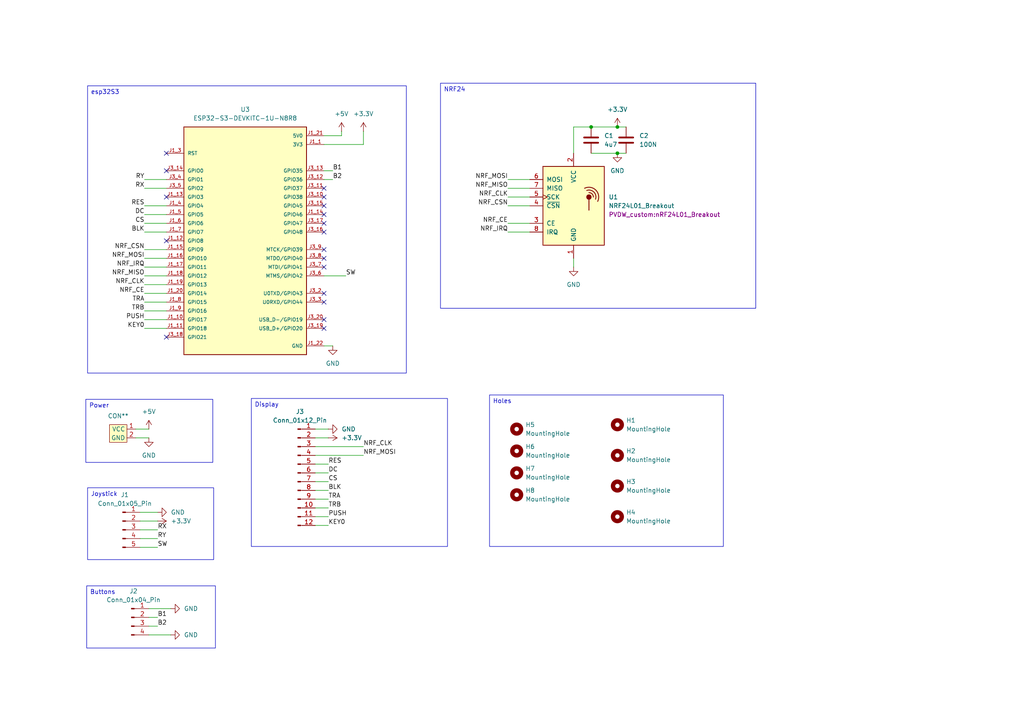
<source format=kicad_sch>
(kicad_sch (version 20250114) (generator "eeschema") (generator_version "9.0")
  (paper "A4")
  (lib_symbols
    (symbol "Connector:Conn_01x04_Pin" (pin_names (offset 1.016) (hide yes))
      (property "Reference" "J" (at 0 5.08 0))
      (property "Value" "Conn_01x04_Pin" (at 0 -7.62 0))
      (symbol "Conn_01x04_Pin_1_1"
        (rectangle (start 0.8636 2.667) (end 0 2.413) (stroke (width 0.1524)) (fill (type outline)))
        (rectangle (start 0.8636 0.127) (end 0 -0.127) (stroke (width 0.1524)) (fill (type outline)))
        (rectangle (start 0.8636 -2.413) (end 0 -2.667) (stroke (width 0.1524)) (fill (type outline)))
        (rectangle (start 0.8636 -4.953) (end 0 -5.207) (stroke (width 0.1524)) (fill (type outline)))
        (polyline (pts (xy 1.27 2.54) (xy 0.8636 2.54)) (stroke (width 0.1524)))
        (polyline (pts (xy 1.27 0) (xy 0.8636 0)) (stroke (width 0.1524)))
        (polyline (pts (xy 1.27 -2.54) (xy 0.8636 -2.54)) (stroke (width 0.1524)))
        (polyline (pts (xy 1.27 -5.08) (xy 0.8636 -5.08)) (stroke (width 0.1524)))
        (pin passive line (at 5.08 2.54 180) (length 3.81) (name "Pin_1") (number "1"))
        (pin passive line (at 5.08 0 180) (length 3.81) (name "Pin_2") (number "2"))
        (pin passive line (at 5.08 -2.54 180) (length 3.81) (name "Pin_3") (number "3"))
        (pin passive line (at 5.08 -5.08 180) (length 3.81) (name "Pin_4") (number "4"))
      )
    )
    (symbol "Connector:Conn_01x05_Pin" (pin_names (offset 1.016) (hide yes))
      (property "Reference" "J" (at 0 7.62 0))
      (property "Value" "Conn_01x05_Pin" (at 0 -7.62 0))
      (symbol "Conn_01x05_Pin_1_1"
        (rectangle (start 0.8636 5.207) (end 0 4.953) (stroke (width 0.1524)) (fill (type outline)))
        (rectangle (start 0.8636 2.667) (end 0 2.413) (stroke (width 0.1524)) (fill (type outline)))
        (rectangle (start 0.8636 0.127) (end 0 -0.127) (stroke (width 0.1524)) (fill (type outline)))
        (rectangle (start 0.8636 -2.413) (end 0 -2.667) (stroke (width 0.1524)) (fill (type outline)))
        (rectangle (start 0.8636 -4.953) (end 0 -5.207) (stroke (width 0.1524)) (fill (type outline)))
        (polyline (pts (xy 1.27 5.08) (xy 0.8636 5.08)) (stroke (width 0.1524)))
        (polyline (pts (xy 1.27 2.54) (xy 0.8636 2.54)) (stroke (width 0.1524)))
        (polyline (pts (xy 1.27 0) (xy 0.8636 0)) (stroke (width 0.1524)))
        (polyline (pts (xy 1.27 -2.54) (xy 0.8636 -2.54)) (stroke (width 0.1524)))
        (polyline (pts (xy 1.27 -5.08) (xy 0.8636 -5.08)) (stroke (width 0.1524)))
        (pin passive line (at 5.08 5.08 180) (length 3.81) (name "Pin_1") (number "1"))
        (pin passive line (at 5.08 2.54 180) (length 3.81) (name "Pin_2") (number "2"))
        (pin passive line (at 5.08 0 180) (length 3.81) (name "Pin_3") (number "3"))
        (pin passive line (at 5.08 -2.54 180) (length 3.81) (name "Pin_4") (number "4"))
        (pin passive line (at 5.08 -5.08 180) (length 3.81) (name "Pin_5") (number "5"))
      )
    )
    (symbol "Connector:Conn_01x12_Pin" (pin_names (offset 1.016) (hide yes))
      (property "Reference" "J" (at 0 15.24 0))
      (property "Value" "Conn_01x12_Pin" (at 0 -17.78 0))
      (symbol "Conn_01x12_Pin_1_1"
        (rectangle (start 0.8636 12.827) (end 0 12.573) (stroke (width 0.1524)) (fill (type outline)))
        (rectangle (start 0.8636 10.287) (end 0 10.033) (stroke (width 0.1524)) (fill (type outline)))
        (rectangle (start 0.8636 7.747) (end 0 7.493) (stroke (width 0.1524)) (fill (type outline)))
        (rectangle (start 0.8636 5.207) (end 0 4.953) (stroke (width 0.1524)) (fill (type outline)))
        (rectangle (start 0.8636 2.667) (end 0 2.413) (stroke (width 0.1524)) (fill (type outline)))
        (rectangle (start 0.8636 0.127) (end 0 -0.127) (stroke (width 0.1524)) (fill (type outline)))
        (rectangle (start 0.8636 -2.413) (end 0 -2.667) (stroke (width 0.1524)) (fill (type outline)))
        (rectangle (start 0.8636 -4.953) (end 0 -5.207) (stroke (width 0.1524)) (fill (type outline)))
        (rectangle (start 0.8636 -7.493) (end 0 -7.747) (stroke (width 0.1524)) (fill (type outline)))
        (rectangle (start 0.8636 -10.033) (end 0 -10.287) (stroke (width 0.1524)) (fill (type outline)))
        (rectangle (start 0.8636 -12.573) (end 0 -12.827) (stroke (width 0.1524)) (fill (type outline)))
        (rectangle (start 0.8636 -15.113) (end 0 -15.367) (stroke (width 0.1524)) (fill (type outline)))
        (polyline (pts (xy 1.27 12.7) (xy 0.8636 12.7)) (stroke (width 0.1524)))
        (polyline (pts (xy 1.27 10.16) (xy 0.8636 10.16)) (stroke (width 0.1524)))
        (polyline (pts (xy 1.27 7.62) (xy 0.8636 7.62)) (stroke (width 0.1524)))
        (polyline (pts (xy 1.27 5.08) (xy 0.8636 5.08)) (stroke (width 0.1524)))
        (polyline (pts (xy 1.27 2.54) (xy 0.8636 2.54)) (stroke (width 0.1524)))
        (polyline (pts (xy 1.27 0) (xy 0.8636 0)) (stroke (width 0.1524)))
        (polyline (pts (xy 1.27 -2.54) (xy 0.8636 -2.54)) (stroke (width 0.1524)))
        (polyline (pts (xy 1.27 -5.08) (xy 0.8636 -5.08)) (stroke (width 0.1524)))
        (polyline (pts (xy 1.27 -7.62) (xy 0.8636 -7.62)) (stroke (width 0.1524)))
        (polyline (pts (xy 1.27 -10.16) (xy 0.8636 -10.16)) (stroke (width 0.1524)))
        (polyline (pts (xy 1.27 -12.7) (xy 0.8636 -12.7)) (stroke (width 0.1524)))
        (polyline (pts (xy 1.27 -15.24) (xy 0.8636 -15.24)) (stroke (width 0.1524)))
        (pin passive line (at 5.08 12.7 180) (length 3.81) (name "Pin_1") (number "1"))
        (pin passive line (at 5.08 10.16 180) (length 3.81) (name "Pin_2") (number "2"))
        (pin passive line (at 5.08 7.62 180) (length 3.81) (name "Pin_3") (number "3"))
        (pin passive line (at 5.08 5.08 180) (length 3.81) (name "Pin_4") (number "4"))
        (pin passive line (at 5.08 2.54 180) (length 3.81) (name "Pin_5") (number "5"))
        (pin passive line (at 5.08 0 180) (length 3.81) (name "Pin_6") (number "6"))
        (pin passive line (at 5.08 -2.54 180) (length 3.81) (name "Pin_7") (number "7"))
        (pin passive line (at 5.08 -5.08 180) (length 3.81) (name "Pin_8") (number "8"))
        (pin passive line (at 5.08 -7.62 180) (length 3.81) (name "Pin_9") (number "9"))
        (pin passive line (at 5.08 -10.16 180) (length 3.81) (name "Pin_10") (number "10"))
        (pin passive line (at 5.08 -12.7 180) (length 3.81) (name "Pin_11") (number "11"))
        (pin passive line (at 5.08 -15.24 180) (length 3.81) (name "Pin_12") (number "12"))
      )
    )
    (symbol "Device:C" (pin_numbers (hide yes)) (pin_names (offset 0.254))
      (property "Reference" "C" (at 0.635 2.54 0))
      (property "Value" "C" (at 0.635 -2.54 0))
      (symbol "C_0_1"
        (polyline (pts (xy -2.032 0.762) (xy 2.032 0.762)) (stroke (width 0.508)))
        (polyline (pts (xy -2.032 -0.762) (xy 2.032 -0.762)) (stroke (width 0.508)))
      )
      (symbol "C_1_1"
        (pin passive line (at 0 3.81 270) (length 2.794) (name "~") (number "1"))
        (pin passive line (at 0 -3.81 90) (length 2.794) (name "~") (number "2"))
      )
    )
    (symbol "Mechanical:MountingHole" (pin_names (offset 1.016)) (in_bom no)
      (property "Reference" "H" (at 0 5.08 0))
      (property "Value" "MountingHole" (at 0 3.175 0))
      (symbol "MountingHole_0_1"
        (circle (center 0 0) (radius 1.27) (stroke (width 1.27)))
      )
    )
    (symbol "PVDW_custom:2Pin"
      (property "Value" "CON**" (at 2.54 3.81 0))
      (symbol "2Pin_1_1"
        (rectangle (start 0 2.54) (end 5.08 -2.54) (fill (type background)))
        (pin power_in line (at 7.62 1.27 180) (length 2.54) (name "VCC") (number "1"))
        (pin power_in line (at 7.62 -1.27 180) (length 2.54) (name "GND") (number "2"))
      )
    )
    (symbol "PVDW_custom:ESP32-S3-DEVKITC-1U-N8R8" (pin_names (offset 1.016))
      (property "Reference" "U" (at -17.78 33.782 0))
      (property "Value" "ESP32-S3-DEVKITC-1U-N8R8" (at -17.78 -35.56 0))
      (symbol "ESP32-S3-DEVKITC-1U-N8R8_0_0"
        (rectangle (start -17.78 -33.02) (end 17.78 33.02) (stroke (width 0.254)) (fill (type background)))
        (pin input line (at -22.86 25.4 0) (length 5.08) (name "RST") (number "J1_3"))
        (pin bidirectional line (at -22.86 20.32 0) (length 5.08) (name "GPIO0") (number "J3_14"))
        (pin bidirectional line (at -22.86 17.78 0) (length 5.08) (name "GPIO1") (number "J3_4"))
        (pin bidirectional line (at -22.86 15.24 0) (length 5.08) (name "GPIO2") (number "J3_5"))
        (pin bidirectional line (at -22.86 12.7 0) (length 5.08) (name "GPIO3") (number "J1_13"))
        (pin bidirectional line (at -22.86 10.16 0) (length 5.08) (name "GPIO4") (number "J1_4"))
        (pin bidirectional line (at -22.86 7.62 0) (length 5.08) (name "GPIO5") (number "J1_5"))
        (pin bidirectional line (at -22.86 5.08 0) (length 5.08) (name "GPIO6") (number "J1_6"))
        (pin bidirectional line (at -22.86 2.54 0) (length 5.08) (name "GPIO7") (number "J1_7"))
        (pin bidirectional line (at -22.86 0 0) (length 5.08) (name "GPIO8") (number "J1_12"))
        (pin bidirectional line (at -22.86 -2.54 0) (length 5.08) (name "GPIO9") (number "J1_15"))
        (pin bidirectional line (at -22.86 -5.08 0) (length 5.08) (name "GPIO10") (number "J1_16"))
        (pin bidirectional line (at -22.86 -7.62 0) (length 5.08) (name "GPIO11") (number "J1_17"))
        (pin bidirectional line (at -22.86 -10.16 0) (length 5.08) (name "GPIO12") (number "J1_18"))
        (pin bidirectional line (at -22.86 -12.7 0) (length 5.08) (name "GPIO13") (number "J1_19"))
        (pin bidirectional line (at -22.86 -15.24 0) (length 5.08) (name "GPIO14") (number "J1_20"))
        (pin bidirectional line (at -22.86 -17.78 0) (length 5.08) (name "GPIO15") (number "J1_8"))
        (pin bidirectional line (at -22.86 -20.32 0) (length 5.08) (name "GPIO16") (number "J1_9"))
        (pin bidirectional line (at -22.86 -22.86 0) (length 5.08) (name "GPIO17") (number "J1_10"))
        (pin bidirectional line (at -22.86 -25.4 0) (length 5.08) (name "GPIO18") (number "J1_11"))
        (pin bidirectional line (at -22.86 -27.94 0) (length 5.08) (name "GPIO21") (number "J3_18"))
        (pin power_in line (at 22.86 30.48 180) (length 5.08) (name "5V0") (number "J1_21"))
        (pin power_in line (at 22.86 27.94 180) (length 5.08) (hide yes) (name "3V3") (number "J1_2"))
        (pin bidirectional line (at 22.86 20.32 180) (length 5.08) (name "GPIO35") (number "J3_13"))
        (pin bidirectional line (at 22.86 17.78 180) (length 5.08) (name "GPIO36") (number "J3_12"))
        (pin bidirectional line (at 22.86 15.24 180) (length 5.08) (name "GPIO37") (number "J3_11"))
        (pin bidirectional line (at 22.86 12.7 180) (length 5.08) (name "GPIO38") (number "J3_10"))
        (pin bidirectional line (at 22.86 10.16 180) (length 5.08) (name "GPIO45") (number "J3_15"))
        (pin bidirectional line (at 22.86 7.62 180) (length 5.08) (name "GPIO46") (number "J1_14"))
        (pin bidirectional line (at 22.86 5.08 180) (length 5.08) (name "GPIO47") (number "J3_17"))
        (pin bidirectional line (at 22.86 2.54 180) (length 5.08) (name "GPIO48") (number "J3_16"))
        (pin bidirectional line (at 22.86 -2.54 180) (length 5.08) (name "MTCK/GPIO39") (number "J3_9"))
        (pin bidirectional line (at 22.86 -5.08 180) (length 5.08) (name "MTDO/GPIO40") (number "J3_8"))
        (pin bidirectional line (at 22.86 -7.62 180) (length 5.08) (name "MTDI/GPIO41") (number "J3_7"))
        (pin bidirectional line (at 22.86 -10.16 180) (length 5.08) (name "MTMS/GPIO42") (number "J3_6"))
        (pin bidirectional line (at 22.86 -15.24 180) (length 5.08) (name "U0TXD/GPIO43") (number "J3_2"))
        (pin bidirectional line (at 22.86 -17.78 180) (length 5.08) (name "U0RXD/GPIO44") (number "J3_3"))
        (pin bidirectional line (at 22.86 -22.86 180) (length 5.08) (name "USB_D-/GPIO19") (number "J3_20"))
        (pin bidirectional line (at 22.86 -25.4 180) (length 5.08) (name "USB_D+/GPIO20") (number "J3_19"))
        (pin power_in line (at 22.86 -30.48 180) (length 5.08) (name "GND") (number "J1_22"))
        (pin power_in line (at 22.86 -30.48 180) (length 5.08) (hide yes) (name "GND") (number "J3_1"))
        (pin power_in line (at 22.86 -30.48 180) (length 5.08) (hide yes) (name "GND") (number "J3_21"))
        (pin power_in line (at 22.86 -30.48 180) (length 5.08) (hide yes) (name "GND") (number "J3_22"))
      )
      (symbol "ESP32-S3-DEVKITC-1U-N8R8_1_0"
        (pin power_out line (at 22.86 27.94 180) (length 5.08) (name "3V3") (number "J1_1"))
      )
    )
    (symbol "PVDW_custom:NRF24L01_Breakout" (pin_names (offset 1.016))
      (property "Reference" "U" (at -8.89 12.7 0))
      (property "Value" "NRF24L01_Breakout" (at 3.81 12.7 0))
      (property "Footprint" "PVDW_custom:nRF24L01_Breakout" (at 3.81 15.24 0))
      (symbol "NRF24L01_Breakout_0_1"
        (rectangle (start -8.89 11.43) (end 8.89 -11.43) (stroke (width 0.254)) (fill (type background)))
        (arc (start 3.175 5.08) (mid 6.453 4.548) (end 6.985 1.27) (stroke (width 0.254)))
        (circle (center 4.445 2.54) (radius 0.635) (stroke (width 0.254)) (fill (type outline)))
        (polyline (pts (xy 4.445 1.905) (xy 4.445 -1.27)) (stroke (width 0.254)))
        (arc (start 3.81 4.445) (mid 5.8835 3.9785) (end 6.35 1.905) (stroke (width 0.254)))
        (arc (start 4.445 3.81) (mid 5.3558 3.4508) (end 5.715 2.54) (stroke (width 0.254)))
      )
      (symbol "NRF24L01_Breakout_1_1"
        (pin input line (at -12.7 7.62 0) (length 3.81) (name "MOSI") (number "6"))
        (pin output line (at -12.7 5.08 0) (length 3.81) (name "MISO") (number "7"))
        (pin input clock (at -12.7 2.54 0) (length 3.81) (name "SCK") (number "5"))
        (pin input line (at -12.7 0 0) (length 3.81) (name "~{CSN}") (number "4"))
        (pin input line (at -12.7 -5.08 0) (length 3.81) (name "CE") (number "3"))
        (pin output line (at -12.7 -7.62 0) (length 3.81) (name "IRQ") (number "8"))
        (pin power_in line (at 0 15.24 270) (length 3.81) (name "VCC") (number "2"))
        (pin power_in line (at 0 -15.24 90) (length 3.81) (name "GND") (number "1"))
      )
    )
    (symbol "power:+3.3V" (power) (pin_numbers (hide yes)) (pin_names (offset 0) (hide yes))
      (property "Value" "+3.3V" (at 0 3.556 0))
      (symbol "+3.3V_0_1"
        (polyline (pts (xy -0.762 1.27) (xy 0 2.54)))
        (polyline (pts (xy 0 2.54) (xy 0.762 1.27)))
        (polyline (pts (xy 0 0) (xy 0 2.54)))
      )
      (symbol "+3.3V_1_1"
        (pin power_in line (at 0 0 90) (length 0) (name "~") (number "1"))
      )
    )
    (symbol "power:+5V" (power) (pin_numbers (hide yes)) (pin_names (offset 0) (hide yes))
      (property "Value" "+5V" (at 0 3.556 0))
      (symbol "+5V_0_1"
        (polyline (pts (xy -0.762 1.27) (xy 0 2.54)))
        (polyline (pts (xy 0 2.54) (xy 0.762 1.27)))
        (polyline (pts (xy 0 0) (xy 0 2.54)))
      )
      (symbol "+5V_1_1"
        (pin power_in line (at 0 0 90) (length 0) (name "~") (number "1"))
      )
    )
    (symbol "power:GND" (power) (pin_numbers (hide yes)) (pin_names (offset 0) (hide yes))
      (property "Value" "GND" (at 0 -3.81 0))
      (symbol "GND_0_1"
        (polyline (pts (xy 0 0) (xy 0 -1.27) (xy 1.27 -1.27) (xy 0 -2.54) (xy -1.27 -1.27) (xy 0 -1.27)))
      )
      (symbol "GND_1_1"
        (pin power_in line (at 0 0 270) (length 0) (name "~") (number "1"))
      )
    )
  )
  (text_box "Buttons" (at 25.146 169.926 0) (size 37.338 18.034) (margins 0.9525 0.9525 0.9525 0.9525) (effects (font (size 1.27 1.27)) (justify left top)))
  (text_box "Display" (at 72.898 115.57 0) (size 56.896 42.926) (margins 0.9525 0.9525 0.9525 0.9525) (effects (font (size 1.27 1.27)) (justify left top)))
  (text_box "esp32S3" (at 25.4 24.892 0) (size 92.456 83.312) (margins 0.9525 0.9525 0.9525 0.9525) (effects (font (size 1.27 1.27)) (justify left top)))
  (text_box "Joystick" (at 25.4 141.478 0) (size 36.576 20.828) (margins 0.9525 0.9525 0.9525 0.9525) (effects (font (size 1.27 1.27)) (justify left top)))
  (text_box "NRF24" (at 127.762 24.13 0) (size 91.44 65.278) (margins 0.9525 0.9525 0.9525 0.9525) (effects (font (size 1.27 1.27)) (justify left top)))
  (text_box "Holes" (at 141.986 114.554 0) (size 67.818 43.942) (margins 0.9525 0.9525 0.9525 0.9525) (effects (font (size 1.27 1.27)) (justify left top)))
  (text_box "Power" (at 24.892 115.824 0) (size 36.83 18.288) (margins 0.9525 0.9525 0.9525 0.9525) (effects (font (size 1.27 1.27)) (justify left top)))
  (junction (at 179.07 36.83))
  (junction (at 171.45 36.83))
  (junction (at 179.07 44.45))
  (no_connect (at 93.98 85.09))
  (no_connect (at 93.98 87.63))
  (no_connect (at 93.98 59.69))
  (no_connect (at 48.26 97.79))
  (no_connect (at 93.98 64.77))
  (no_connect (at 48.26 57.15))
  (no_connect (at 93.98 72.39))
  (no_connect (at 48.26 69.85))
  (no_connect (at 93.98 95.25))
  (no_connect (at 93.98 92.71))
  (no_connect (at 93.98 67.31))
  (no_connect (at 93.98 74.93))
  (no_connect (at 93.98 54.61))
  (no_connect (at 48.26 44.45))
  (no_connect (at 93.98 77.47))
  (no_connect (at 93.98 57.15))
  (no_connect (at 48.26 49.53))
  (no_connect (at 93.98 62.23))
  (wire (pts (xy 93.98 41.91) (xy 105.41 41.91)))
  (wire (pts (xy 91.44 152.4) (xy 95.25 152.4)))
  (wire (pts (xy 91.44 124.46) (xy 95.25 124.46)))
  (wire (pts (xy 171.45 36.83) (xy 179.07 36.83)))
  (wire (pts (xy 41.91 87.63) (xy 48.26 87.63)))
  (wire (pts (xy 40.64 156.21) (xy 45.72 156.21)))
  (wire (pts (xy 41.91 59.69) (xy 48.26 59.69)))
  (wire (pts (xy 40.64 158.75) (xy 45.72 158.75)))
  (wire (pts (xy 179.07 44.45) (xy 181.61 44.45)))
  (wire (pts (xy 43.18 184.15) (xy 49.53 184.15)))
  (wire (pts (xy 166.37 36.83) (xy 166.37 44.45)))
  (wire (pts (xy 41.91 80.01) (xy 48.26 80.01)))
  (wire (pts (xy 91.44 149.86) (xy 95.25 149.86)))
  (wire (pts (xy 41.91 90.17) (xy 48.26 90.17)))
  (wire (pts (xy 93.98 52.07) (xy 96.52 52.07)))
  (wire (pts (xy 41.91 54.61) (xy 48.26 54.61)))
  (wire (pts (xy 147.32 67.31) (xy 153.67 67.31)))
  (wire (pts (xy 41.91 64.77) (xy 48.26 64.77)))
  (wire (pts (xy 91.44 132.08) (xy 105.41 132.08)))
  (wire (pts (xy 93.98 49.53) (xy 96.52 49.53)))
  (wire (pts (xy 171.45 36.83) (xy 166.37 36.83)))
  (wire (pts (xy 43.18 181.61) (xy 45.72 181.61)))
  (wire (pts (xy 41.91 67.31) (xy 48.26 67.31)))
  (wire (pts (xy 105.41 41.91) (xy 105.41 38.1)))
  (wire (pts (xy 41.91 52.07) (xy 48.26 52.07)))
  (wire (pts (xy 40.64 151.13) (xy 45.72 151.13)))
  (wire (pts (xy 41.91 85.09) (xy 48.26 85.09)))
  (wire (pts (xy 93.98 39.37) (xy 99.06 39.37)))
  (wire (pts (xy 179.07 36.83) (xy 181.61 36.83)))
  (wire (pts (xy 91.44 144.78) (xy 95.25 144.78)))
  (wire (pts (xy 39.37 124.46) (xy 43.18 124.46)))
  (wire (pts (xy 41.91 72.39) (xy 48.26 72.39)))
  (wire (pts (xy 93.98 100.33) (xy 96.52 100.33)))
  (wire (pts (xy 171.45 44.45) (xy 179.07 44.45)))
  (wire (pts (xy 39.37 127) (xy 43.18 127)))
  (wire (pts (xy 147.32 59.69) (xy 153.67 59.69)))
  (wire (pts (xy 147.32 52.07) (xy 153.67 52.07)))
  (wire (pts (xy 40.64 148.59) (xy 45.72 148.59)))
  (wire (pts (xy 41.91 95.25) (xy 48.26 95.25)))
  (wire (pts (xy 43.18 179.07) (xy 45.72 179.07)))
  (wire (pts (xy 147.32 54.61) (xy 153.67 54.61)))
  (wire (pts (xy 147.32 57.15) (xy 153.67 57.15)))
  (wire (pts (xy 91.44 147.32) (xy 95.25 147.32)))
  (wire (pts (xy 99.06 39.37) (xy 99.06 38.1)))
  (wire (pts (xy 91.44 142.24) (xy 95.25 142.24)))
  (wire (pts (xy 43.18 176.53) (xy 49.53 176.53)))
  (wire (pts (xy 147.32 64.77) (xy 153.67 64.77)))
  (wire (pts (xy 41.91 92.71) (xy 48.26 92.71)))
  (wire (pts (xy 40.64 153.67) (xy 45.72 153.67)))
  (wire (pts (xy 91.44 127) (xy 95.25 127)))
  (wire (pts (xy 93.98 80.01) (xy 100.33 80.01)))
  (wire (pts (xy 41.91 82.55) (xy 48.26 82.55)))
  (wire (pts (xy 41.91 77.47) (xy 48.26 77.47)))
  (wire (pts (xy 91.44 134.62) (xy 95.25 134.62)))
  (wire (pts (xy 91.44 137.16) (xy 95.25 137.16)))
  (wire (pts (xy 41.91 74.93) (xy 48.26 74.93)))
  (wire (pts (xy 41.91 62.23) (xy 48.26 62.23)))
  (wire (pts (xy 166.37 74.93) (xy 166.37 77.47)))
  (wire (pts (xy 91.44 129.54) (xy 105.41 129.54)))
  (wire (pts (xy 91.44 139.7) (xy 95.25 139.7)))
  (label "DC" (at 95.25 137.16 0))
  (label "NRF_IRQ" (at 41.91 77.47 180))
  (label "NRF_CE" (at 147.32 64.77 180))
  (label "NRF_MOSI" (at 41.91 74.93 180))
  (label "RY" (at 41.91 52.07 180))
  (label "RY" (at 45.72 156.21 0))
  (label "TRA" (at 41.91 87.63 180))
  (label "NRF_MISO" (at 147.32 54.61 180))
  (label "TRA" (at 95.25 144.78 0))
  (label "NRF_CSN" (at 41.91 72.39 180))
  (label "RX" (at 41.91 54.61 180))
  (label "NRF_MOSI" (at 147.32 52.07 180))
  (label "BLK" (at 41.91 67.31 180))
  (label "BLK" (at 95.25 142.24 0))
  (label "TRB" (at 95.25 147.32 0))
  (label "SW" (at 100.33 80.01 0))
  (label "B1" (at 45.72 179.07 0))
  (label "PUSH" (at 95.25 149.86 0))
  (label "NRF_CLK" (at 105.41 129.54 0))
  (label "KEY0" (at 95.25 152.4 0))
  (label "KEY0" (at 41.91 95.25 180))
  (label "B1" (at 96.52 49.53 0))
  (label "NRF_CLK" (at 147.32 57.15 180))
  (label "CS" (at 95.25 139.7 0))
  (label "SW" (at 45.72 158.75 0))
  (label "RES" (at 41.91 59.69 180))
  (label "CS" (at 41.91 64.77 180))
  (label "PUSH" (at 41.91 92.71 180))
  (label "NRF_MOSI" (at 105.41 132.08 0))
  (label "RES" (at 95.25 134.62 0))
  (label "NRF_CSN" (at 147.32 59.69 180))
  (label "B2" (at 45.72 181.61 0))
  (label "TRB" (at 41.91 90.17 180))
  (label "NRF_CLK" (at 41.91 82.55 180))
  (label "NRF_MISO" (at 41.91 80.01 180))
  (label "DC" (at 41.91 62.23 180))
  (label "NRF_IRQ" (at 147.32 67.31 180))
  (label "RX" (at 45.72 153.67 0))
  (label "B2" (at 96.52 52.07 0))
  (label "NRF_CE" (at 41.91 85.09 180))
  (symbol (lib_id "Mechanical:MountingHole") (at 149.86 143.51 0) (unit 1) (in_bom no)
    (property "Reference" "H8" (at 152.4 142.2399 0) (effects (justify left)))
    (property "Value" "MountingHole" (at 152.4 144.7799 0) (effects (justify left)))
    (property "Footprint" "MountingHole:MountingHole_3.2mm_M3" (effects (hide yes)))
    (property "Description" "Mounting Hole without connection" (effects (hide yes)))
  )
  (symbol (lib_id "power:GND") (at 179.07 44.45 0) (unit 1)
    (property "Reference" "#PWR012" (effects (hide yes)))
    (property "Value" "GND" (at 179.07 49.53 0))
    (property "Description" "Power symbol creates a global label with name \"GND\" , ground" (effects (hide yes)))
  )
  (symbol (lib_id "power:+3.3V") (at 45.72 151.13 270) (unit 1)
    (property "Reference" "#PWR04" (effects (hide yes)))
    (property "Value" "+3.3V" (at 49.53 151.1299 90) (effects (justify left)))
    (property "Description" "Power symbol creates a global label with name \"+3.3V\"" (effects (hide yes)))
  )
  (symbol (lib_id "power:GND") (at 95.25 124.46 90) (unit 1)
    (property "Reference" "#PWR01" (effects (hide yes)))
    (property "Value" "GND" (at 99.06 124.4599 90) (effects (justify right)))
    (property "Description" "Power symbol creates a global label with name \"GND\" , ground" (effects (hide yes)))
  )
  (symbol (lib_id "PVDW_custom:ESP32-S3-DEVKITC-1U-N8R8") (at 71.12 69.85 0) (unit 1)
    (property "Reference" "U3" (at 71.12 31.75 0))
    (property "Value" "ESP32-S3-DEVKITC-1U-N8R8" (at 71.12 34.29 0))
    (property "Footprint" "PVDW_custom:MODULE_ESP32-S3-DEVKITC-1U-N8R8" (effects (hide yes)))
    (property "MF" "Espressif Systems" (effects (hide yes)))
    (property "MAXIMUM_PACKAGE_HEIGHT" "7.39mm" (effects (hide yes)))
    (property "CREATOR" "ASHISH" (effects (hide yes)))
    (property "Price" "None" (effects (hide yes)))
    (property "Package" "None" (effects (hide yes)))
    (property "Check_prices" "https://www.snapeda.com/parts/ESP32-S3-DEVKITC-1U-N8R8/Espressif+Systems/view-part/?ref=eda" (effects (hide yes)))
    (property "STANDARD" "Manufacturer Recommendations" (effects (hide yes)))
    (property "PARTREV" "1.1" (effects (hide yes)))
    (property "SnapEDA_Link" "https://www.snapeda.com/parts/ESP32-S3-DEVKITC-1U-N8R8/Espressif+Systems/view-part/?ref=snap" (effects (hide yes)))
    (property "MP" "ESP32-S3-DEVKITC-1U-N8R8" (effects (hide yes)))
    (property "Description_1" "The ESP32-S3-DEVKITC-1U-N8R8 from Espressif Systems is an evaluation board designed for wireless communication applications. It features a 32-bit Xtensa dual-core processor running at 240MHz, providing strong processing power for complex tasks. The board supports 802.11 b/g/n Wi-Fi and Bluetooth® 5.x (BLE), operating at 2.4GHz, ensuring seamless wireless communication." (effects (hide yes)))
    (property "Availability" "In Stock" (effects (hide yes)))
    (property "MANUFACTURER" "Espressif Systems" (effects (hide yes)))
  )
  (symbol (lib_id "PVDW_custom:2Pin") (at 31.75 125.73 0) (unit 1)
    (property "Reference" "U2" (effects (hide yes)))
    (property "Value" "CON**" (at 34.29 120.65 0))
    (property "Footprint" "PVDW_custom:Connector_1x2_p2.54_horizontal" (effects (hide yes)))
  )
  (symbol (lib_id "Mechanical:MountingHole") (at 149.86 124.46 0) (unit 1) (in_bom no)
    (property "Reference" "H5" (at 152.4 123.1899 0) (effects (justify left)))
    (property "Value" "MountingHole" (at 152.4 125.7299 0) (effects (justify left)))
    (property "Footprint" "MountingHole:MountingHole_3.2mm_M3" (effects (hide yes)))
    (property "Description" "Mounting Hole without connection" (effects (hide yes)))
  )
  (symbol (lib_id "power:+3.3V") (at 105.41 38.1 0) (unit 1)
    (property "Reference" "#PWR031" (effects (hide yes)))
    (property "Value" "+3.3V" (at 105.41 33.02 0))
    (property "Description" "Power symbol creates a global label with name \"+3.3V\"" (effects (hide yes)))
  )
  (symbol (lib_id "Mechanical:MountingHole") (at 179.07 149.86 0) (unit 1) (in_bom no)
    (property "Reference" "H4" (at 181.61 148.5899 0) (effects (justify left)))
    (property "Value" "MountingHole" (at 181.61 151.1299 0) (effects (justify left)))
    (property "Footprint" "MountingHole:MountingHole_8.4mm_M8" (effects (hide yes)))
    (property "Description" "Mounting Hole without connection" (effects (hide yes)))
  )
  (symbol (lib_id "power:+5V") (at 99.06 38.1 0) (unit 1)
    (property "Reference" "#PWR032" (effects (hide yes)))
    (property "Value" "+5V" (at 99.06 33.02 0))
    (property "Description" "Power symbol creates a global label with name \"+5V\"" (effects (hide yes)))
  )
  (symbol (lib_id "Connector:Conn_01x12_Pin") (at 86.36 137.16 0) (unit 1)
    (property "Reference" "J3" (at 86.995 119.38 0))
    (property "Value" "Conn_01x12_Pin" (at 86.995 121.92 0))
    (property "Footprint" "Connector_PinSocket_2.54mm:PinSocket_1x12_P2.54mm_Vertical" (effects (hide yes)))
    (property "Description" "Generic connector, single row, 01x12, script generated" (effects (hide yes)))
  )
  (symbol (lib_id "Mechanical:MountingHole") (at 179.07 132.08 0) (unit 1) (in_bom no)
    (property "Reference" "H2" (at 181.61 130.8099 0) (effects (justify left)))
    (property "Value" "MountingHole" (at 181.61 133.3499 0) (effects (justify left)))
    (property "Footprint" "MountingHole:MountingHole_8.4mm_M8" (effects (hide yes)))
    (property "Description" "Mounting Hole without connection" (effects (hide yes)))
  )
  (symbol (lib_id "Mechanical:MountingHole") (at 179.07 140.97 0) (unit 1) (in_bom no)
    (property "Reference" "H3" (at 181.61 139.6999 0) (effects (justify left)))
    (property "Value" "MountingHole" (at 181.61 142.2399 0) (effects (justify left)))
    (property "Footprint" "MountingHole:MountingHole_8.4mm_M8" (effects (hide yes)))
    (property "Description" "Mounting Hole without connection" (effects (hide yes)))
  )
  (symbol (lib_id "Device:C") (at 171.45 40.64 0) (unit 1)
    (property "Reference" "C1" (at 175.26 39.3699 0) (effects (justify left)))
    (property "Value" "4u7" (at 175.26 41.9099 0) (effects (justify left)))
    (property "Footprint" "Capacitor_SMD:C_0805_2012Metric_Pad1.18x1.45mm_HandSolder" (effects (hide yes)))
    (property "Description" "Unpolarized capacitor" (effects (hide yes)))
  )
  (symbol (lib_id "power:+5V") (at 43.18 124.46 0) (unit 1)
    (property "Reference" "#PWR08" (effects (hide yes)))
    (property "Value" "+5V" (at 43.18 119.38 0))
    (property "Description" "Power symbol creates a global label with name \"+5V\"" (effects (hide yes)))
  )
  (symbol (lib_id "power:+3.3V") (at 179.07 36.83 0) (unit 1)
    (property "Reference" "#PWR011" (effects (hide yes)))
    (property "Value" "+3.3V" (at 179.07 31.75 0))
    (property "Description" "Power symbol creates a global label with name \"+3.3V\"" (effects (hide yes)))
  )
  (symbol (lib_id "power:GND") (at 49.53 184.15 90) (unit 1)
    (property "Reference" "#PWR05" (effects (hide yes)))
    (property "Value" "GND" (at 53.34 184.1499 90) (effects (justify right)))
    (property "Description" "Power symbol creates a global label with name \"GND\" , ground" (effects (hide yes)))
  )
  (symbol (lib_id "power:+3.3V") (at 95.25 127 270) (unit 1)
    (property "Reference" "#PWR02" (effects (hide yes)))
    (property "Value" "+3.3V" (at 99.06 126.9999 90) (effects (justify left)))
    (property "Description" "Power symbol creates a global label with name \"+3.3V\"" (effects (hide yes)))
  )
  (symbol (lib_id "Mechanical:MountingHole") (at 179.07 123.19 0) (unit 1) (in_bom no)
    (property "Reference" "H1" (at 181.61 121.9199 0) (effects (justify left)))
    (property "Value" "MountingHole" (at 181.61 124.4599 0) (effects (justify left)))
    (property "Footprint" "MountingHole:MountingHole_8.4mm_M8" (effects (hide yes)))
    (property "Description" "Mounting Hole without connection" (effects (hide yes)))
  )
  (symbol (lib_id "Connector:Conn_01x05_Pin") (at 35.56 153.67 0) (unit 1)
    (property "Reference" "J1" (at 36.195 143.51 0))
    (property "Value" "Conn_01x05_Pin" (at 36.195 146.05 0))
    (property "Footprint" "Connector_PinHeader_2.54mm:PinHeader_1x05_P2.54mm_Horizontal" (effects (hide yes)))
    (property "Description" "Generic connector, single row, 01x05, script generated" (effects (hide yes)))
  )
  (symbol (lib_id "power:GND") (at 49.53 176.53 90) (unit 1)
    (property "Reference" "#PWR06" (effects (hide yes)))
    (property "Value" "GND" (at 53.34 176.5299 90) (effects (justify right)))
    (property "Description" "Power symbol creates a global label with name \"GND\" , ground" (effects (hide yes)))
  )
  (symbol (lib_id "power:GND") (at 45.72 148.59 90) (unit 1)
    (property "Reference" "#PWR03" (effects (hide yes)))
    (property "Value" "GND" (at 49.53 148.5899 90) (effects (justify right)))
    (property "Description" "Power symbol creates a global label with name \"GND\" , ground" (effects (hide yes)))
  )
  (symbol (lib_id "Connector:Conn_01x04_Pin") (at 38.1 179.07 0) (unit 1)
    (property "Reference" "J2" (at 38.735 171.45 0))
    (property "Value" "Conn_01x04_Pin" (at 38.735 173.99 0))
    (property "Footprint" "Connector_PinHeader_2.54mm:PinHeader_1x04_P2.54mm_Horizontal" (effects (hide yes)))
    (property "Description" "Generic connector, single row, 01x04, script generated" (effects (hide yes)))
  )
  (symbol (lib_id "power:GND") (at 96.52 100.33 0) (unit 1)
    (property "Reference" "#PWR09" (effects (hide yes)))
    (property "Value" "GND" (at 96.52 105.41 0))
    (property "Description" "Power symbol creates a global label with name \"GND\" , ground" (effects (hide yes)))
  )
  (symbol (lib_id "Mechanical:MountingHole") (at 149.86 130.81 0) (unit 1) (in_bom no)
    (property "Reference" "H6" (at 152.4 129.5399 0) (effects (justify left)))
    (property "Value" "MountingHole" (at 152.4 132.0799 0) (effects (justify left)))
    (property "Footprint" "MountingHole:MountingHole_3.2mm_M3" (effects (hide yes)))
    (property "Description" "Mounting Hole without connection" (effects (hide yes)))
  )
  (symbol (lib_id "Device:C") (at 181.61 40.64 0) (unit 1)
    (property "Reference" "C2" (at 185.42 39.3699 0) (effects (justify left)))
    (property "Value" "100N" (at 185.42 41.9099 0) (effects (justify left)))
    (property "Footprint" "Capacitor_SMD:C_0805_2012Metric_Pad1.18x1.45mm_HandSolder" (effects (hide yes)))
    (property "Description" "Unpolarized capacitor" (effects (hide yes)))
  )
  (symbol (lib_id "power:GND") (at 166.37 77.47 0) (unit 1)
    (property "Reference" "#PWR010" (effects (hide yes)))
    (property "Value" "GND" (at 166.37 82.55 0))
    (property "Description" "Power symbol creates a global label with name \"GND\" , ground" (effects (hide yes)))
  )
  (symbol (lib_id "PVDW_custom:NRF24L01_Breakout") (at 166.37 59.69 0) (unit 1)
    (property "Reference" "U1" (at 176.53 57.1499 0) (effects (justify left)))
    (property "Value" "NRF24L01_Breakout" (at 176.53 59.6899 0) (effects (justify left)))
    (property "Footprint" "PVDW_custom:nRF24L01_Breakout" (at 176.53 62.2299 0) (effects (justify left)))
    (property "Datasheet" "http://www.nordicsemi.com/eng/content/download/2730/34105/file/nRF24L01_Product_Specification_v2_0.pdf" (effects (hide yes)))
    (property "Description" "Ultra low power 2.4GHz RF Transceiver, Carrier PCB" (effects (hide yes)))
  )
  (symbol (lib_id "Mechanical:MountingHole") (at 149.86 137.16 0) (unit 1) (in_bom no)
    (property "Reference" "H7" (at 152.4 135.8899 0) (effects (justify left)))
    (property "Value" "MountingHole" (at 152.4 138.4299 0) (effects (justify left)))
    (property "Footprint" "MountingHole:MountingHole_3.2mm_M3" (effects (hide yes)))
    (property "Description" "Mounting Hole without connection" (effects (hide yes)))
  )
  (symbol (lib_id "power:GND") (at 43.18 127 0) (unit 1)
    (property "Reference" "#PWR07" (effects (hide yes)))
    (property "Value" "GND" (at 43.18 132.08 0))
    (property "Description" "Power symbol creates a global label with name \"GND\" , ground" (effects (hide yes)))
  )
)
</source>
